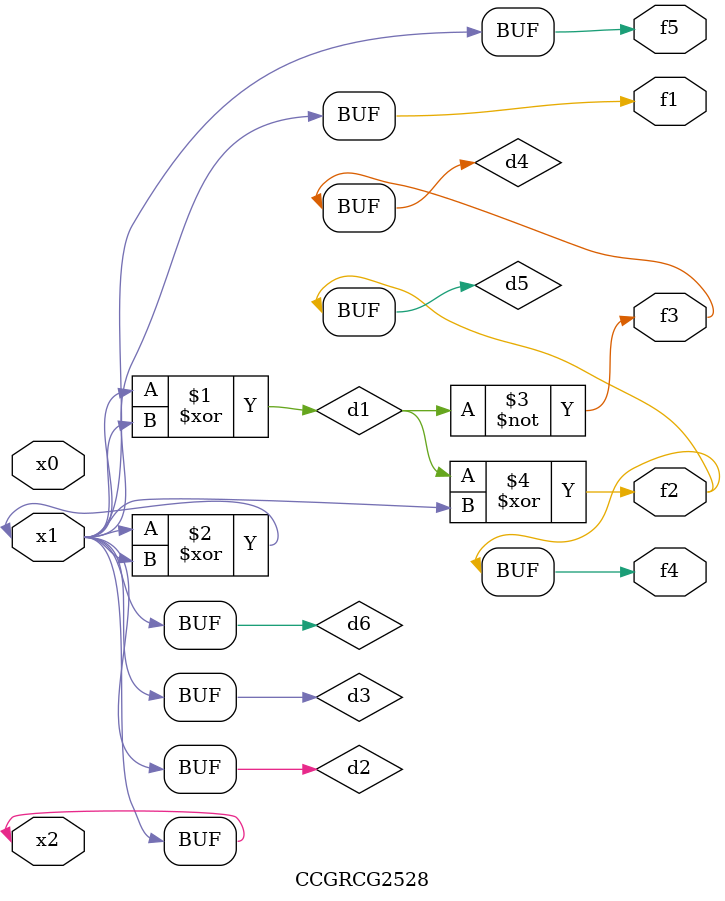
<source format=v>
module CCGRCG2528(
	input x0, x1, x2,
	output f1, f2, f3, f4, f5
);

	wire d1, d2, d3, d4, d5, d6;

	xor (d1, x1, x2);
	buf (d2, x1, x2);
	xor (d3, x1, x2);
	nor (d4, d1);
	xor (d5, d1, d2);
	buf (d6, d2, d3);
	assign f1 = d6;
	assign f2 = d5;
	assign f3 = d4;
	assign f4 = d5;
	assign f5 = d6;
endmodule

</source>
